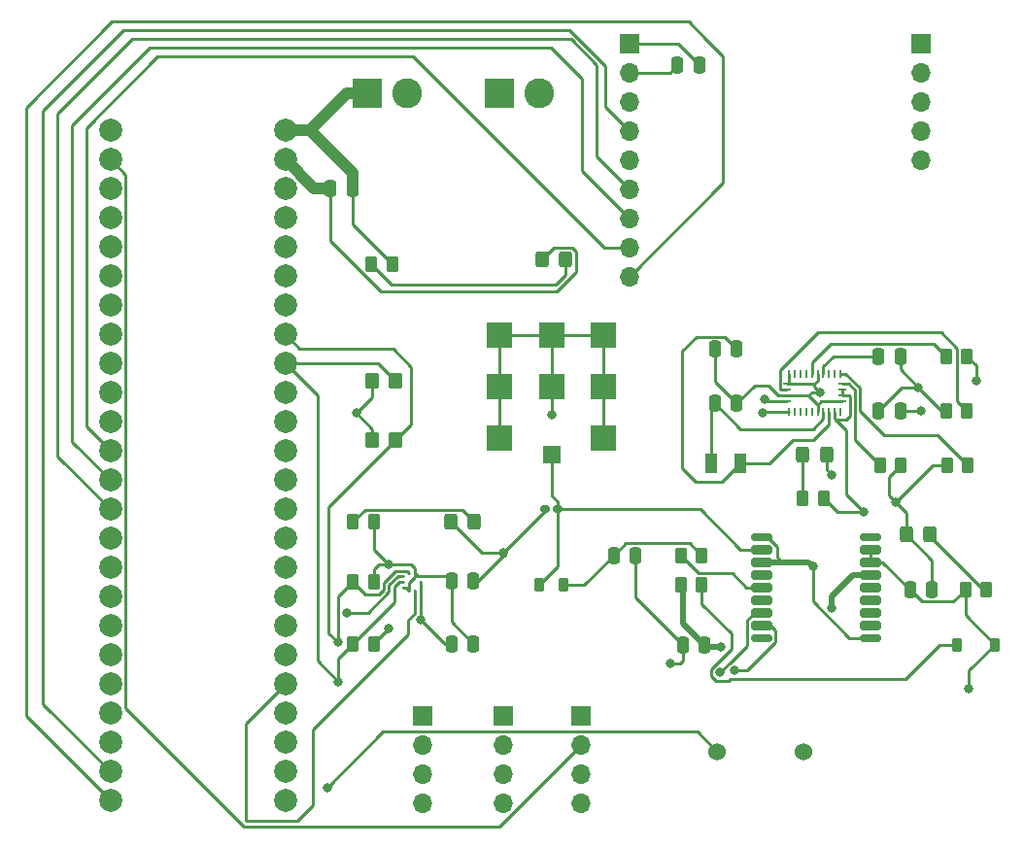
<source format=gbr>
%TF.GenerationSoftware,KiCad,Pcbnew,7.0.7*%
%TF.CreationDate,2024-02-14T21:52:59-05:00*%
%TF.ProjectId,Unified_Board,556e6966-6965-4645-9f42-6f6172642e6b,rev?*%
%TF.SameCoordinates,Original*%
%TF.FileFunction,Copper,L1,Top*%
%TF.FilePolarity,Positive*%
%FSLAX46Y46*%
G04 Gerber Fmt 4.6, Leading zero omitted, Abs format (unit mm)*
G04 Created by KiCad (PCBNEW 7.0.7) date 2024-02-14 21:52:59*
%MOMM*%
%LPD*%
G01*
G04 APERTURE LIST*
G04 Aperture macros list*
%AMRoundRect*
0 Rectangle with rounded corners*
0 $1 Rounding radius*
0 $2 $3 $4 $5 $6 $7 $8 $9 X,Y pos of 4 corners*
0 Add a 4 corners polygon primitive as box body*
4,1,4,$2,$3,$4,$5,$6,$7,$8,$9,$2,$3,0*
0 Add four circle primitives for the rounded corners*
1,1,$1+$1,$2,$3*
1,1,$1+$1,$4,$5*
1,1,$1+$1,$6,$7*
1,1,$1+$1,$8,$9*
0 Add four rect primitives between the rounded corners*
20,1,$1+$1,$2,$3,$4,$5,0*
20,1,$1+$1,$4,$5,$6,$7,0*
20,1,$1+$1,$6,$7,$8,$9,0*
20,1,$1+$1,$8,$9,$2,$3,0*%
G04 Aperture macros list end*
%TA.AperFunction,ComponentPad*%
%ADD10R,1.700000X1.700000*%
%TD*%
%TA.AperFunction,ComponentPad*%
%ADD11O,1.700000X1.700000*%
%TD*%
%TA.AperFunction,SMDPad,CuDef*%
%ADD12RoundRect,0.250000X-0.262500X-0.450000X0.262500X-0.450000X0.262500X0.450000X-0.262500X0.450000X0*%
%TD*%
%TA.AperFunction,SMDPad,CuDef*%
%ADD13RoundRect,0.250000X0.250000X0.475000X-0.250000X0.475000X-0.250000X-0.475000X0.250000X-0.475000X0*%
%TD*%
%TA.AperFunction,SMDPad,CuDef*%
%ADD14R,1.500000X1.500000*%
%TD*%
%TA.AperFunction,SMDPad,CuDef*%
%ADD15R,2.300000X2.300000*%
%TD*%
%TA.AperFunction,SMDPad,CuDef*%
%ADD16RoundRect,0.250000X-0.250000X-0.475000X0.250000X-0.475000X0.250000X0.475000X-0.250000X0.475000X0*%
%TD*%
%TA.AperFunction,SMDPad,CuDef*%
%ADD17RoundRect,0.250000X0.325000X0.450000X-0.325000X0.450000X-0.325000X-0.450000X0.325000X-0.450000X0*%
%TD*%
%TA.AperFunction,ComponentPad*%
%ADD18R,2.600000X2.600000*%
%TD*%
%TA.AperFunction,ComponentPad*%
%ADD19C,2.600000*%
%TD*%
%TA.AperFunction,SMDPad,CuDef*%
%ADD20R,0.250000X0.275000*%
%TD*%
%TA.AperFunction,SMDPad,CuDef*%
%ADD21R,0.275000X0.250000*%
%TD*%
%TA.AperFunction,SMDPad,CuDef*%
%ADD22RoundRect,0.250000X-0.325000X-0.450000X0.325000X-0.450000X0.325000X0.450000X-0.325000X0.450000X0*%
%TD*%
%TA.AperFunction,SMDPad,CuDef*%
%ADD23R,0.254000X0.675000*%
%TD*%
%TA.AperFunction,SMDPad,CuDef*%
%ADD24R,0.675000X0.254000*%
%TD*%
%TA.AperFunction,SMDPad,CuDef*%
%ADD25R,1.000000X1.800000*%
%TD*%
%TA.AperFunction,SMDPad,CuDef*%
%ADD26RoundRect,0.175000X0.725000X0.175000X-0.725000X0.175000X-0.725000X-0.175000X0.725000X-0.175000X0*%
%TD*%
%TA.AperFunction,SMDPad,CuDef*%
%ADD27RoundRect,0.200000X0.700000X0.200000X-0.700000X0.200000X-0.700000X-0.200000X0.700000X-0.200000X0*%
%TD*%
%TA.AperFunction,SMDPad,CuDef*%
%ADD28RoundRect,0.218750X0.218750X0.381250X-0.218750X0.381250X-0.218750X-0.381250X0.218750X-0.381250X0*%
%TD*%
%TA.AperFunction,SMDPad,CuDef*%
%ADD29RoundRect,0.225000X-0.225000X-0.375000X0.225000X-0.375000X0.225000X0.375000X-0.225000X0.375000X0*%
%TD*%
%TA.AperFunction,SMDPad,CuDef*%
%ADD30RoundRect,0.250000X-0.350000X-0.450000X0.350000X-0.450000X0.350000X0.450000X-0.350000X0.450000X0*%
%TD*%
%TA.AperFunction,SMDPad,CuDef*%
%ADD31RoundRect,0.250000X0.262500X0.450000X-0.262500X0.450000X-0.262500X-0.450000X0.262500X-0.450000X0*%
%TD*%
%TA.AperFunction,ComponentPad*%
%ADD32C,1.524000*%
%TD*%
%TA.AperFunction,ComponentPad*%
%ADD33C,2.000000*%
%TD*%
%TA.AperFunction,SMDPad,CuDef*%
%ADD34RoundRect,0.160000X-0.222500X-0.160000X0.222500X-0.160000X0.222500X0.160000X-0.222500X0.160000X0*%
%TD*%
%TA.AperFunction,ViaPad*%
%ADD35C,0.800000*%
%TD*%
%TA.AperFunction,Conductor*%
%ADD36C,0.250000*%
%TD*%
%TA.AperFunction,Conductor*%
%ADD37C,1.000000*%
%TD*%
%TA.AperFunction,Conductor*%
%ADD38C,0.500000*%
%TD*%
G04 APERTURE END LIST*
D10*
%TO.P,J3,1,Pin_1*%
%TO.N,/3.3V*%
X107600000Y-96000000D03*
D11*
%TO.P,J3,2,Pin_2*%
%TO.N,/SCL*%
X107600000Y-98540000D03*
%TO.P,J3,3,Pin_3*%
%TO.N,/SDA*%
X107600000Y-101080000D03*
%TO.P,J3,4,Pin_4*%
%TO.N,GND*%
X107600000Y-103620000D03*
%TD*%
D12*
%TO.P,R15,1*%
%TO.N,Net-(D6-A)*%
X103087500Y-56600000D03*
%TO.P,R15,2*%
%TO.N,Net-(J1-Pin_1)*%
X104912500Y-56600000D03*
%TD*%
D13*
%TO.P,C7,1*%
%TO.N,GND*%
X151950000Y-85000000D03*
%TO.P,C7,2*%
%TO.N,/3.3V*%
X150050000Y-85000000D03*
%TD*%
D14*
%TO.P,ANT1,1,RF_IN*%
%TO.N,Net-(ANT1-RF_IN)*%
X118800000Y-73200000D03*
D15*
%TO.P,ANT1,2,GND*%
%TO.N,GND*%
X114300000Y-71800000D03*
%TO.P,ANT1,3,GND*%
X123300000Y-71800000D03*
%TO.P,ANT1,4,GND*%
X114300000Y-67300000D03*
%TO.P,ANT1,5,GND*%
X118800000Y-67300000D03*
%TO.P,ANT1,6,GND*%
X123300000Y-67300000D03*
%TO.P,ANT1,7,GND*%
X114300000Y-62800000D03*
%TO.P,ANT1,8,GND*%
X118800000Y-62800000D03*
%TO.P,ANT1,9,GND*%
X123300000Y-62800000D03*
%TD*%
D16*
%TO.P,C12,1*%
%TO.N,Net-(C12-Pad1)*%
X124250000Y-82000000D03*
%TO.P,C12,2*%
%TO.N,GND*%
X126150000Y-82000000D03*
%TD*%
D17*
%TO.P,D5,1,K*%
%TO.N,GND*%
X142775000Y-73200000D03*
%TO.P,D5,2,A*%
%TO.N,Net-(D5-A)*%
X140725000Y-73200000D03*
%TD*%
D13*
%TO.P,C11,2*%
%TO.N,Net-(D6-K)*%
X99550000Y-50000000D03*
%TO.P,C11,1*%
%TO.N,Net-(J1-Pin_1)*%
X101450000Y-50000000D03*
%TD*%
D18*
%TO.P,J1,1,Pin_1*%
%TO.N,Net-(J1-Pin_1)*%
X102750000Y-41750000D03*
D19*
%TO.P,J1,2,Pin_2*%
%TO.N,Net-(J1-Pin_2)*%
X106250000Y-41750000D03*
%TD*%
D12*
%TO.P,R4,1*%
%TO.N,/SCL*%
X101525000Y-84300000D03*
%TO.P,R4,2*%
%TO.N,/3.3V*%
X103350000Y-84300000D03*
%TD*%
%TO.P,R16,1*%
%TO.N,Net-(U2-VCC_RF)*%
X130087500Y-82000000D03*
%TO.P,R16,2*%
%TO.N,Net-(C12-Pad1)*%
X131912500Y-82000000D03*
%TD*%
D20*
%TO.P,Alt1,1,VDDIO*%
%TO.N,/3.3V*%
X106887500Y-83537500D03*
%TO.P,Alt1,2,SCK*%
%TO.N,/SCL*%
X106387500Y-83537500D03*
D21*
%TO.P,Alt1,3,VSS*%
%TO.N,GND*%
X105875000Y-83800000D03*
%TO.P,Alt1,4,SDI*%
%TO.N,/SDA*%
X105875000Y-84300000D03*
%TO.P,Alt1,5,SDO*%
%TO.N,/3.3V*%
X105875000Y-84800000D03*
D20*
%TO.P,Alt1,6,CSB*%
X106387500Y-85062500D03*
%TO.P,Alt1,7,INT*%
%TO.N,/BMP_INT*%
X106887500Y-85062500D03*
D21*
%TO.P,Alt1,8,VSS*%
%TO.N,GND*%
X107400000Y-84800000D03*
%TO.P,Alt1,9,VSS*%
X107400000Y-84300000D03*
%TO.P,Alt1,10,VDD*%
%TO.N,/3.3V*%
X107400000Y-83800000D03*
%TD*%
D16*
%TO.P,C5,1*%
%TO.N,Net-(U1-XOUT32)*%
X133050000Y-68750000D03*
%TO.P,C5,2*%
%TO.N,GND*%
X134950000Y-68750000D03*
%TD*%
D12*
%TO.P,R3,1*%
%TO.N,/SDA*%
X101525000Y-89700000D03*
%TO.P,R3,2*%
%TO.N,/3.3V*%
X103350000Y-89700000D03*
%TD*%
D22*
%TO.P,D4,1,K*%
%TO.N,GND*%
X110012500Y-79100000D03*
%TO.P,D4,2,A*%
%TO.N,Net-(D4-A)*%
X112062500Y-79100000D03*
%TD*%
D18*
%TO.P,J7,1,Pin_1*%
%TO.N,Net-(J1-Pin_2)*%
X114250000Y-41750000D03*
D19*
%TO.P,J7,2,Pin_2*%
%TO.N,Net-(D6-K)*%
X117750000Y-41750000D03*
%TD*%
D22*
%TO.P,D3,1,K*%
%TO.N,GND*%
X149725000Y-80200000D03*
%TO.P,D3,2,A*%
%TO.N,Net-(D3-A)*%
X151775000Y-80200000D03*
%TD*%
D10*
%TO.P,J2,1,Pin_1*%
%TO.N,/3.3V*%
X114600000Y-96000000D03*
D11*
%TO.P,J2,2,Pin_2*%
%TO.N,/Breakout_RX2*%
X114600000Y-98540000D03*
%TO.P,J2,3,Pin_3*%
%TO.N,/Breakout_TX2*%
X114600000Y-101080000D03*
%TO.P,J2,4,Pin_4*%
%TO.N,GND*%
X114600000Y-103620000D03*
%TD*%
D23*
%TO.P,U1,1,PIN1*%
%TO.N,unconnected-(U1-PIN1-Pad1)*%
X144000000Y-69500000D03*
D24*
%TO.P,U1,2,GND*%
%TO.N,GND*%
X144137500Y-68587500D03*
%TO.P,U1,3,VDD*%
%TO.N,/3.3V*%
X144137500Y-68087500D03*
%TO.P,U1,4,~{BOOT_LOAD_PIN}*%
X144137500Y-67587500D03*
%TO.P,U1,5,PS1*%
%TO.N,Net-(U1-PS1)*%
X144137500Y-67087500D03*
D23*
%TO.P,U1,6,PS0*%
%TO.N,Net-(U1-PS0)*%
X144000000Y-66175000D03*
%TO.P,U1,7,PIN7*%
%TO.N,unconnected-(U1-PIN7-Pad7)*%
X143500000Y-66175000D03*
%TO.P,U1,8,PIN8*%
%TO.N,unconnected-(U1-PIN8-Pad8)*%
X143000000Y-66175000D03*
%TO.P,U1,9,CAP*%
%TO.N,Net-(U1-CAP)*%
X142500000Y-66175000D03*
%TO.P,U1,10,BL_IND*%
%TO.N,GND*%
X142000000Y-66175000D03*
%TO.P,U1,11,~{RESET}*%
%TO.N,Net-(U1-~{RESET})*%
X141500000Y-66175000D03*
%TO.P,U1,12,PIN12*%
%TO.N,unconnected-(U1-PIN12-Pad12)*%
X141000000Y-66175000D03*
%TO.P,U1,13,PIN13*%
%TO.N,unconnected-(U1-PIN13-Pad13)*%
X140500000Y-66175000D03*
%TO.P,U1,14,INT*%
%TO.N,unconnected-(U1-INT-Pad14)*%
X140000000Y-66175000D03*
%TO.P,U1,15,GNDIO*%
%TO.N,GND*%
X139500000Y-66175000D03*
D24*
%TO.P,U1,16,GNDIO*%
X139362500Y-67087500D03*
%TO.P,U1,17,COM3*%
%TO.N,Net-(U1-COM3)*%
X139362500Y-67587500D03*
%TO.P,U1,18,COM2*%
%TO.N,GND*%
X139362500Y-68087500D03*
%TO.P,U1,19,COM1*%
%TO.N,/SCL*%
X139362500Y-68587500D03*
D23*
%TO.P,U1,20,COM0*%
%TO.N,/SDA*%
X139500000Y-69500000D03*
%TO.P,U1,21,PIN21*%
%TO.N,unconnected-(U1-PIN21-Pad21)*%
X140000000Y-69500000D03*
%TO.P,U1,22,PIN22*%
%TO.N,unconnected-(U1-PIN22-Pad22)*%
X140500000Y-69500000D03*
%TO.P,U1,23,PIN23*%
%TO.N,unconnected-(U1-PIN23-Pad23)*%
X141000000Y-69500000D03*
%TO.P,U1,24,PIN24*%
%TO.N,unconnected-(U1-PIN24-Pad24)*%
X141500000Y-69500000D03*
%TO.P,U1,25,GNDIO*%
%TO.N,GND*%
X142000000Y-69500000D03*
%TO.P,U1,26,XOUT32*%
%TO.N,Net-(U1-XOUT32)*%
X142500000Y-69500000D03*
%TO.P,U1,27,XIN32*%
%TO.N,Net-(U1-XIN32)*%
X143000000Y-69500000D03*
%TO.P,U1,28,VDDIO*%
%TO.N,/3.3V*%
X143500000Y-69500000D03*
%TD*%
D16*
%TO.P,C2,1*%
%TO.N,/3.3V*%
X110087500Y-84200000D03*
%TO.P,C2,2*%
%TO.N,GND*%
X111987500Y-84200000D03*
%TD*%
D12*
%TO.P,R11,1*%
%TO.N,Net-(D5-A)*%
X140687500Y-77000000D03*
%TO.P,R11,2*%
%TO.N,/3.3V*%
X142512500Y-77000000D03*
%TD*%
%TO.P,R7,1*%
%TO.N,GND*%
X153275000Y-74162500D03*
%TO.P,R7,2*%
%TO.N,Net-(U1-PS0)*%
X155100000Y-74162500D03*
%TD*%
%TO.P,R12,1*%
%TO.N,Net-(D4-A)*%
X101525000Y-79100000D03*
%TO.P,R12,2*%
%TO.N,/3.3V*%
X103350000Y-79100000D03*
%TD*%
D25*
%TO.P,Y1,1,1*%
%TO.N,Net-(U1-XOUT32)*%
X132750000Y-74000000D03*
%TO.P,Y1,2,2*%
%TO.N,Net-(U1-XIN32)*%
X135250000Y-74000000D03*
%TD*%
D26*
%TO.P,U2,1,GND*%
%TO.N,GND*%
X146600000Y-89200000D03*
D27*
%TO.P,U2,2,TXD*%
%TO.N,unconnected-(U2-TXD-Pad2)*%
X146600000Y-88100000D03*
%TO.P,U2,3,RXD*%
%TO.N,unconnected-(U2-RXD-Pad3)*%
X146600000Y-87000000D03*
%TO.P,U2,4,TIMEPULSE*%
%TO.N,unconnected-(U2-TIMEPULSE-Pad4)*%
X146600000Y-85900000D03*
%TO.P,U2,5,EXTINT*%
%TO.N,unconnected-(U2-EXTINT-Pad5)*%
X146600000Y-84800000D03*
%TO.P,U2,6,V_BCKP*%
%TO.N,/BACKUP*%
X146600000Y-83700000D03*
%TO.P,U2,7,VCC_IO*%
%TO.N,/3.3V*%
X146600000Y-82600000D03*
%TO.P,U2,8,VCC*%
X146600000Y-81500000D03*
D26*
%TO.P,U2,9,~{RESET}*%
%TO.N,unconnected-(U2-~{RESET}-Pad9)*%
X146600000Y-80400000D03*
%TO.P,U2,10,GND*%
%TO.N,GND*%
X137100000Y-80400000D03*
D27*
%TO.P,U2,11,RF_IN*%
%TO.N,Net-(ANT1-RF_IN)*%
X137100000Y-81500000D03*
%TO.P,U2,12,GND*%
%TO.N,GND*%
X137100000Y-82600000D03*
%TO.P,U2,13,LNA_EN*%
%TO.N,unconnected-(U2-LNA_EN-Pad13)*%
X137100000Y-83700000D03*
%TO.P,U2,14,VCC_RF*%
%TO.N,Net-(U2-VCC_RF)*%
X137100000Y-84800000D03*
%TO.P,U2,15,VIO_SEL*%
%TO.N,unconnected-(U2-VIO_SEL-Pad15)*%
X137100000Y-85900000D03*
%TO.P,U2,16,SDA*%
%TO.N,/SDA*%
X137100000Y-87000000D03*
%TO.P,U2,17,SCL*%
%TO.N,/SCL*%
X137100000Y-88100000D03*
D26*
%TO.P,U2,18,~{SAFEBOOT}*%
%TO.N,unconnected-(U2-~{SAFEBOOT}-Pad18)*%
X137100000Y-89200000D03*
%TD*%
D10*
%TO.P,J4,1,Pin_1*%
%TO.N,/3.3V*%
X121400000Y-96000000D03*
D11*
%TO.P,J4,2,Pin_2*%
%TO.N,/Breakout_RX1*%
X121400000Y-98540000D03*
%TO.P,J4,3,Pin_3*%
%TO.N,/Breakout_TX1*%
X121400000Y-101080000D03*
%TO.P,J4,4,Pin_4*%
%TO.N,GND*%
X121400000Y-103620000D03*
%TD*%
D12*
%TO.P,R6,1*%
%TO.N,GND*%
X153187500Y-69412500D03*
%TO.P,R6,2*%
%TO.N,Net-(U1-COM3)*%
X155012500Y-69412500D03*
%TD*%
D28*
%TO.P,FB1,1*%
%TO.N,Net-(C12-Pad1)*%
X119862500Y-84600000D03*
%TO.P,FB1,2*%
%TO.N,Net-(ANT1-RF_IN)*%
X117737500Y-84600000D03*
%TD*%
D10*
%TO.P,J5,1,Pin_1*%
%TO.N,unconnected-(J5-Pin_1-Pad1)*%
X151000000Y-37380000D03*
D11*
%TO.P,J5,2,Pin_2*%
%TO.N,unconnected-(J5-Pin_2-Pad2)*%
X151000000Y-39920000D03*
%TO.P,J5,3,Pin_3*%
%TO.N,unconnected-(J5-Pin_3-Pad3)*%
X151000000Y-42460000D03*
%TO.P,J5,4,Pin_4*%
%TO.N,unconnected-(J5-Pin_4-Pad4)*%
X151000000Y-45000000D03*
%TO.P,J5,5,Pin_5*%
%TO.N,unconnected-(J5-Pin_5-Pad5)*%
X151000000Y-47540000D03*
%TD*%
D10*
%TO.P,J6,1,Pin_1*%
%TO.N,/3.3V*%
X125600000Y-37380000D03*
D11*
%TO.P,J6,2,Pin_2*%
%TO.N,GND*%
X125600000Y-39920000D03*
%TO.P,J6,3,Pin_3*%
%TO.N,unconnected-(J6-Pin_3-Pad3)*%
X125600000Y-42460000D03*
%TO.P,J6,4,Pin_4*%
%TO.N,/Radio_INT*%
X125600000Y-45000000D03*
%TO.P,J6,5,Pin_5*%
%TO.N,/Radio_SCK*%
X125600000Y-47540000D03*
%TO.P,J6,6,Pin_6*%
%TO.N,/Radio_MISO*%
X125600000Y-50080000D03*
%TO.P,J6,7,Pin_7*%
%TO.N,/Radio_MOSI*%
X125600000Y-52620000D03*
%TO.P,J6,8,Pin_8*%
%TO.N,/Radio_CS*%
X125600000Y-55160000D03*
%TO.P,J6,9,Pin_9*%
%TO.N,/Radio_RST*%
X125600000Y-57700000D03*
%TD*%
D29*
%TO.P,D1,1,K*%
%TO.N,Net-(D1-K)*%
X154150000Y-89800000D03*
%TO.P,D1,2,A*%
%TO.N,/3.3V*%
X157450000Y-89800000D03*
%TD*%
D13*
%TO.P,C1,1*%
%TO.N,/3.3V*%
X111987500Y-89700000D03*
%TO.P,C1,2*%
%TO.N,GND*%
X110087500Y-89700000D03*
%TD*%
D30*
%TO.P,R1,1*%
%TO.N,/3.3V*%
X103200000Y-66800000D03*
%TO.P,R1,2*%
%TO.N,/SDA*%
X105200000Y-66800000D03*
%TD*%
D12*
%TO.P,R5,1*%
%TO.N,Net-(U1-~{RESET})*%
X153187500Y-64662500D03*
%TO.P,R5,2*%
%TO.N,/3.3V*%
X155012500Y-64662500D03*
%TD*%
D22*
%TO.P,D6,1,K*%
%TO.N,Net-(D6-K)*%
X117975000Y-56250000D03*
%TO.P,D6,2,A*%
%TO.N,Net-(D6-A)*%
X120025000Y-56250000D03*
%TD*%
D31*
%TO.P,R9,1*%
%TO.N,Net-(D1-K)*%
X131912500Y-84600000D03*
%TO.P,R9,2*%
%TO.N,/BACKUP*%
X130087500Y-84600000D03*
%TD*%
D16*
%TO.P,C6,1*%
%TO.N,GND*%
X133050000Y-64000000D03*
%TO.P,C6,2*%
%TO.N,Net-(U1-XIN32)*%
X134950000Y-64000000D03*
%TD*%
D13*
%TO.P,C9,1*%
%TO.N,/BACKUP*%
X132150000Y-89800000D03*
%TO.P,C9,2*%
%TO.N,GND*%
X130250000Y-89800000D03*
%TD*%
D16*
%TO.P,C3,1*%
%TO.N,GND*%
X147300000Y-69412500D03*
%TO.P,C3,2*%
%TO.N,/3.3V*%
X149200000Y-69412500D03*
%TD*%
D32*
%TO.P,BZ1,1,-*%
%TO.N,Net-(BZ1--)*%
X133250000Y-99100000D03*
%TO.P,BZ1,2,+*%
%TO.N,GND*%
X140750000Y-99100000D03*
%TD*%
D16*
%TO.P,C8,1*%
%TO.N,GND*%
X129800000Y-39250000D03*
%TO.P,C8,2*%
%TO.N,/3.3V*%
X131700000Y-39250000D03*
%TD*%
%TO.P,C4,1*%
%TO.N,Net-(U1-CAP)*%
X147300000Y-64662500D03*
%TO.P,C4,2*%
%TO.N,GND*%
X149200000Y-64662500D03*
%TD*%
D31*
%TO.P,R8,1*%
%TO.N,GND*%
X149250000Y-74162500D03*
%TO.P,R8,2*%
%TO.N,Net-(U1-PS1)*%
X147425000Y-74162500D03*
%TD*%
D33*
%TO.P,Teensy4.1,0,GND*%
%TO.N,GND*%
X80380000Y-44990000D03*
%TO.P,Teensy4.1,1,RX1*%
%TO.N,/Breakout_RX1*%
X80380000Y-47530000D03*
%TO.P,Teensy4.1,2,TX1*%
%TO.N,/Breakout_TX1*%
X80380000Y-50070000D03*
%TO.P,Teensy4.1,3,PWM*%
%TO.N,unconnected-(Teensy4.1-PWM-Pad3)*%
X80380000Y-52610000D03*
%TO.P,Teensy4.1,4,PWM*%
%TO.N,unconnected-(Teensy4.1-PWM-Pad4)*%
X80380000Y-55150000D03*
%TO.P,Teensy4.1,5,PWM*%
%TO.N,unconnected-(Teensy4.1-PWM-Pad5)*%
X80380000Y-57690000D03*
%TO.P,Teensy4.1,6,PWM*%
%TO.N,unconnected-(Teensy4.1-PWM-Pad6)*%
X80380000Y-60230000D03*
%TO.P,Teensy4.1,7,PWM*%
%TO.N,unconnected-(Teensy4.1-PWM-Pad7)*%
X80380000Y-62770000D03*
%TO.P,Teensy4.1,8,RX2*%
%TO.N,/Breakout_RX2*%
X80380000Y-65310000D03*
%TO.P,Teensy4.1,9,TX2*%
%TO.N,/Breakout_TX2*%
X80380000Y-67850000D03*
%TO.P,Teensy4.1,10,PWM*%
%TO.N,unconnected-(Teensy4.1-PWM-Pad10)*%
X80380000Y-70390000D03*
%TO.P,Teensy4.1,11,CS*%
%TO.N,/Radio_CS*%
X80380000Y-72930000D03*
%TO.P,Teensy4.1,12,MOSI*%
%TO.N,/Radio_MOSI*%
X80380000Y-75470000D03*
%TO.P,Teensy4.1,13,MISO*%
%TO.N,/Radio_MISO*%
X80380000Y-78010000D03*
%TO.P,Teensy4.1,14,3.3V*%
%TO.N,unconnected-(Teensy4.1-3.3V-Pad14)*%
X80380000Y-80550000D03*
%TO.P,Teensy4.1,15,SCL2*%
%TO.N,unconnected-(Teensy4.1-SCL2-Pad15)*%
X80380000Y-83090000D03*
%TO.P,Teensy4.1,16,SDA2*%
%TO.N,unconnected-(Teensy4.1-SDA2-Pad16)*%
X80380000Y-85630000D03*
%TO.P,Teensy4.1,17,MOSI1*%
%TO.N,unconnected-(Teensy4.1-MOSI1-Pad17)*%
X80380000Y-88170000D03*
%TO.P,Teensy4.1,18,SCK1*%
%TO.N,unconnected-(Teensy4.1-SCK1-Pad18)*%
X80380000Y-90710000D03*
%TO.P,Teensy4.1,19,RX7*%
%TO.N,unconnected-(Teensy4.1-RX7-Pad19)*%
X80380000Y-93250000D03*
%TO.P,Teensy4.1,20,TX7*%
%TO.N,unconnected-(Teensy4.1-TX7-Pad20)*%
X80380000Y-95790000D03*
%TO.P,Teensy4.1,21,GPIO*%
%TO.N,unconnected-(Teensy4.1-GPIO-Pad21)*%
X80380000Y-98330000D03*
%TO.P,Teensy4.1,22,GPIO*%
%TO.N,/Radio_INT*%
X80380000Y-100870000D03*
%TO.P,Teensy4.1,23,GPIO*%
%TO.N,/Radio_RST*%
X80380000Y-103410000D03*
%TO.P,Teensy4.1,24,PWM*%
%TO.N,Net-(BZ1--)*%
X95620000Y-103410000D03*
%TO.P,Teensy4.1,25,RX8*%
%TO.N,unconnected-(Teensy4.1-RX8-Pad25)*%
X95620000Y-100870000D03*
%TO.P,Teensy4.1,26,TX8*%
%TO.N,unconnected-(Teensy4.1-TX8-Pad26)*%
X95620000Y-98330000D03*
%TO.P,Teensy4.1,27,PWM*%
%TO.N,unconnected-(Teensy4.1-PWM-Pad27)*%
X95620000Y-95790000D03*
%TO.P,Teensy4.1,28,PWM*%
%TO.N,/BMP_INT*%
X95620000Y-93250000D03*
%TO.P,Teensy4.1,29,CS1*%
%TO.N,unconnected-(Teensy4.1-CS1-Pad29)*%
X95620000Y-90710000D03*
%TO.P,Teensy4.1,30,MISO*%
%TO.N,unconnected-(Teensy4.1-MISO-Pad30)*%
X95620000Y-88170000D03*
%TO.P,Teensy4.1,31,A16*%
%TO.N,unconnected-(Teensy4.1-A16-Pad31)*%
X95620000Y-85630000D03*
%TO.P,Teensy4.1,32,A17*%
%TO.N,unconnected-(Teensy4.1-A17-Pad32)*%
X95620000Y-83090000D03*
%TO.P,Teensy4.1,33,GND*%
%TO.N,unconnected-(Teensy4.1-GND-Pad33)*%
X95620000Y-80550000D03*
%TO.P,Teensy4.1,34,SCK*%
%TO.N,/Radio_SCK*%
X95620000Y-78010000D03*
%TO.P,Teensy4.1,35,A0*%
%TO.N,unconnected-(Teensy4.1-A0-Pad35)*%
X95620000Y-75470000D03*
%TO.P,Teensy4.1,36,A1*%
%TO.N,unconnected-(Teensy4.1-A1-Pad36)*%
X95620000Y-72930000D03*
%TO.P,Teensy4.1,37,A2*%
%TO.N,unconnected-(Teensy4.1-A2-Pad37)*%
X95620000Y-70390000D03*
%TO.P,Teensy4.1,38,A3*%
%TO.N,unconnected-(Teensy4.1-A3-Pad38)*%
X95620000Y-67850000D03*
%TO.P,Teensy4.1,39,SDA*%
%TO.N,/SDA*%
X95620000Y-65310000D03*
%TO.P,Teensy4.1,40,SCL*%
%TO.N,/SCL*%
X95620000Y-62770000D03*
%TO.P,Teensy4.1,41,TX5*%
%TO.N,unconnected-(Teensy4.1-TX5-Pad41)*%
X95620000Y-60230000D03*
%TO.P,Teensy4.1,42,RX5*%
%TO.N,unconnected-(Teensy4.1-RX5-Pad42)*%
X95620000Y-57690000D03*
%TO.P,Teensy4.1,43,PWM*%
%TO.N,unconnected-(Teensy4.1-PWM-Pad43)*%
X95620000Y-55150000D03*
%TO.P,Teensy4.1,44,PWM*%
%TO.N,unconnected-(Teensy4.1-PWM-Pad44)*%
X95620000Y-52610000D03*
%TO.P,Teensy4.1,45,3.3V*%
%TO.N,/3.3V*%
X95620000Y-50070000D03*
%TO.P,Teensy4.1,46,GND*%
%TO.N,Net-(D6-K)*%
X95620000Y-47530000D03*
%TO.P,Teensy4.1,47,Vin*%
%TO.N,Net-(J1-Pin_1)*%
X95620000Y-44990000D03*
%TD*%
D34*
%TO.P,D7,1,K*%
%TO.N,GND*%
X118227500Y-78000000D03*
%TO.P,D7,2,A*%
%TO.N,Net-(ANT1-RF_IN)*%
X119372500Y-78000000D03*
%TD*%
D12*
%TO.P,R13,1*%
%TO.N,/3.3V*%
X154887500Y-85000000D03*
%TO.P,R13,2*%
%TO.N,Net-(D3-A)*%
X156712500Y-85000000D03*
%TD*%
D30*
%TO.P,R2,1*%
%TO.N,/3.3V*%
X103200000Y-72000000D03*
%TO.P,R2,2*%
%TO.N,/SCL*%
X105200000Y-72000000D03*
%TD*%
D35*
%TO.N,/3.3V*%
X155200000Y-93600000D03*
%TO.N,GND*%
X143250000Y-75000000D03*
%TO.N,/3.3V*%
X101800000Y-69600000D03*
X146000000Y-78200000D03*
X104600000Y-82800000D03*
X151000000Y-69400000D03*
X155800000Y-66800000D03*
X104600000Y-88400000D03*
%TO.N,/SCL*%
X134723090Y-92046012D03*
X100200000Y-89600000D03*
X137400000Y-68400000D03*
%TO.N,GND*%
X118800000Y-69800000D03*
X141600000Y-83000000D03*
X142200000Y-67800000D03*
X150800000Y-67400000D03*
X107400000Y-87600000D03*
X148800000Y-77400000D03*
X129200000Y-91400000D03*
X114600000Y-81800000D03*
X101000000Y-87000000D03*
%TO.N,/BACKUP*%
X143200000Y-86600000D03*
X133600000Y-90000000D03*
%TO.N,Net-(BZ1--)*%
X99250000Y-102250000D03*
%TO.N,/SDA*%
X100200000Y-93000000D03*
X133487701Y-92237701D03*
X137200000Y-69600000D03*
%TD*%
D36*
%TO.N,/3.3V*%
X105875000Y-84800000D02*
X106125000Y-84800000D01*
X106125000Y-84800000D02*
X106387500Y-85062500D01*
X155200000Y-92050000D02*
X155200000Y-93600000D01*
X157450000Y-89800000D02*
X155200000Y-92050000D01*
X151100000Y-86050000D02*
X150050000Y-85000000D01*
X153837500Y-86050000D02*
X151100000Y-86050000D01*
X154887500Y-85000000D02*
X153837500Y-86050000D01*
X154887500Y-87237500D02*
X157450000Y-89800000D01*
X154887500Y-85000000D02*
X154887500Y-87237500D01*
%TO.N,Net-(D3-A)*%
X151775000Y-80361827D02*
X156413173Y-85000000D01*
X151775000Y-80200000D02*
X151775000Y-80361827D01*
X156413173Y-85000000D02*
X156712500Y-85000000D01*
%TO.N,GND*%
X151950000Y-82425000D02*
X149725000Y-80200000D01*
X151950000Y-85000000D02*
X151950000Y-82425000D01*
%TO.N,/3.3V*%
X147650000Y-82600000D02*
X146600000Y-82600000D01*
X150050000Y-85000000D02*
X147650000Y-82600000D01*
X146600000Y-81500000D02*
X146092893Y-81500000D01*
%TO.N,Net-(D3-A)*%
X151662500Y-80312500D02*
X151775000Y-80200000D01*
%TO.N,GND*%
X149725000Y-78325000D02*
X148800000Y-77400000D01*
X149725000Y-80200000D02*
X149725000Y-78325000D01*
%TO.N,Net-(D1-K)*%
X152600000Y-89800000D02*
X154150000Y-89800000D01*
%TO.N,GND*%
X126150000Y-85700000D02*
X130250000Y-89800000D01*
X126150000Y-82000000D02*
X126150000Y-85700000D01*
X142775000Y-74525000D02*
X143250000Y-75000000D01*
X142775000Y-73200000D02*
X142775000Y-74525000D01*
%TO.N,/3.3V*%
X144500000Y-71087500D02*
X143575000Y-70162500D01*
X144500000Y-76700000D02*
X144500000Y-71087500D01*
X146000000Y-78200000D02*
X144500000Y-76700000D01*
%TO.N,GND*%
X129130000Y-39920000D02*
X125600000Y-39920000D01*
X129800000Y-39250000D02*
X129130000Y-39920000D01*
%TO.N,/3.3V*%
X129830000Y-37380000D02*
X125600000Y-37380000D01*
X131700000Y-39250000D02*
X129830000Y-37380000D01*
%TO.N,/Radio_RST*%
X73000000Y-96030000D02*
X80380000Y-103410000D01*
X130750000Y-35500000D02*
X80500000Y-35500000D01*
X80500000Y-35500000D02*
X73000000Y-43000000D01*
X73000000Y-43000000D02*
X73000000Y-96030000D01*
X132312500Y-37099327D02*
X132312500Y-37062500D01*
X133750000Y-38536827D02*
X132312500Y-37099327D01*
X132312500Y-37062500D02*
X130750000Y-35500000D01*
X133750000Y-49550000D02*
X133750000Y-38536827D01*
X125600000Y-57700000D02*
X133750000Y-49550000D01*
%TO.N,/Radio_INT*%
X123500000Y-39363604D02*
X123500000Y-42900000D01*
X120386396Y-36250000D02*
X123500000Y-39363604D01*
X123500000Y-42900000D02*
X125600000Y-45000000D01*
X81500000Y-36250000D02*
X120386396Y-36250000D01*
X74500000Y-43250000D02*
X81500000Y-36250000D01*
X74500000Y-94990000D02*
X74500000Y-43250000D01*
X80380000Y-100870000D02*
X74500000Y-94990000D01*
%TO.N,/Radio_MISO*%
X122750000Y-47230000D02*
X125600000Y-50080000D01*
X82250000Y-37000000D02*
X120500000Y-37000000D01*
X75750000Y-73380000D02*
X75750000Y-43500000D01*
X120500000Y-37000000D02*
X122750000Y-39250000D01*
X122750000Y-39250000D02*
X122750000Y-47230000D01*
X80380000Y-78010000D02*
X75750000Y-73380000D01*
X75750000Y-43500000D02*
X82250000Y-37000000D01*
%TO.N,/Radio_MOSI*%
X121500000Y-48520000D02*
X125600000Y-52620000D01*
X121500000Y-40500000D02*
X121500000Y-48520000D01*
X118750000Y-37750000D02*
X121500000Y-40500000D01*
X77000000Y-44500000D02*
X83750000Y-37750000D01*
X83750000Y-37750000D02*
X118750000Y-37750000D01*
X77000000Y-72090000D02*
X77000000Y-44500000D01*
X80380000Y-75470000D02*
X77000000Y-72090000D01*
%TO.N,Net-(D6-K)*%
X103961827Y-59000000D02*
X99550000Y-54588173D01*
X99550000Y-54588173D02*
X99550000Y-50000000D01*
X119000000Y-55225000D02*
X120588173Y-55225000D01*
X120925000Y-55561827D02*
X120925000Y-57311396D01*
X120925000Y-57311396D02*
X119236396Y-59000000D01*
X117975000Y-56250000D02*
X119000000Y-55225000D01*
X120588173Y-55225000D02*
X120925000Y-55561827D01*
X119236396Y-59000000D02*
X103961827Y-59000000D01*
%TO.N,Net-(J1-Pin_1)*%
X101450000Y-53137500D02*
X104912500Y-56600000D01*
X101450000Y-50000000D02*
X101450000Y-53137500D01*
D37*
X101450000Y-48700000D02*
X97740000Y-44990000D01*
X101450000Y-50000000D02*
X101450000Y-48700000D01*
%TO.N,Net-(D6-K)*%
X98090000Y-50000000D02*
X95620000Y-47530000D01*
X99550000Y-50000000D02*
X98090000Y-50000000D01*
%TO.N,Net-(J1-Pin_1)*%
X97740000Y-44990000D02*
X95620000Y-44990000D01*
D36*
%TO.N,/3.3V*%
X103800000Y-82800000D02*
X103350000Y-83250000D01*
X146600000Y-81500000D02*
X146600000Y-82600000D01*
X106887500Y-83912500D02*
X106887500Y-83537500D01*
X106562500Y-82800000D02*
X106887500Y-83125000D01*
X144752000Y-68087500D02*
X144137500Y-68087500D01*
X143575000Y-70162500D02*
X144452000Y-70162500D01*
X107400000Y-83800000D02*
X109687500Y-83800000D01*
X110087500Y-84200000D02*
X110087500Y-87800000D01*
X104600000Y-82800000D02*
X103800000Y-82800000D01*
X103350000Y-81550000D02*
X103350000Y-79100000D01*
X109687500Y-83800000D02*
X110087500Y-84200000D01*
X146600000Y-81500000D02*
X147107107Y-81500000D01*
X106387500Y-85062500D02*
X106387500Y-84412500D01*
X144800000Y-68135500D02*
X144752000Y-68087500D01*
X144800000Y-69814500D02*
X144800000Y-68135500D01*
X103200000Y-71000000D02*
X101800000Y-69600000D01*
X151000000Y-69400000D02*
X149212500Y-69400000D01*
X103350000Y-83250000D02*
X103350000Y-84300000D01*
X155800000Y-66800000D02*
X155800000Y-65450000D01*
X144137500Y-67587500D02*
X144137500Y-68087500D01*
X143712500Y-78200000D02*
X146000000Y-78200000D01*
X144452000Y-70162500D02*
X144800000Y-69814500D01*
X143500000Y-69500000D02*
X143500000Y-70087500D01*
X149212500Y-69400000D02*
X149200000Y-69412500D01*
X103200000Y-72000000D02*
X103200000Y-71000000D01*
X107150000Y-83800000D02*
X106887500Y-83537500D01*
X106887500Y-83125000D02*
X106887500Y-83537500D01*
X103200000Y-66800000D02*
X103200000Y-68200000D01*
X110087500Y-87800000D02*
X111987500Y-89700000D01*
X107400000Y-83800000D02*
X107150000Y-83800000D01*
X143500000Y-70087500D02*
X143575000Y-70162500D01*
X155800000Y-65450000D02*
X155012500Y-64662500D01*
X104600000Y-82800000D02*
X106562500Y-82800000D01*
X106387500Y-84412500D02*
X106887500Y-83912500D01*
X103350000Y-89700000D02*
X103350000Y-89650000D01*
X103200000Y-68200000D02*
X101800000Y-69600000D01*
X104600000Y-82800000D02*
X103350000Y-81550000D01*
X103350000Y-89650000D02*
X104600000Y-88400000D01*
X142512500Y-77000000D02*
X143712500Y-78200000D01*
%TO.N,/SCL*%
X137587500Y-68587500D02*
X137400000Y-68400000D01*
X99400000Y-77800000D02*
X105200000Y-72000000D01*
X102625000Y-85400000D02*
X101525000Y-84300000D01*
X105237500Y-83350000D02*
X104187500Y-84400000D01*
X106200000Y-83350000D02*
X105237500Y-83350000D01*
X104187500Y-84988173D02*
X103775673Y-85400000D01*
X100200000Y-89600000D02*
X100200000Y-85625000D01*
X135861095Y-92046012D02*
X138325000Y-89582107D01*
X100200000Y-85625000D02*
X101525000Y-84300000D01*
X100200000Y-89600000D02*
X99400000Y-88800000D01*
X104187500Y-84400000D02*
X104187500Y-84988173D01*
X139362500Y-68587500D02*
X137587500Y-68587500D01*
X103775673Y-85400000D02*
X102625000Y-85400000D01*
X99400000Y-88800000D02*
X99400000Y-77800000D01*
X105000000Y-64000000D02*
X96850000Y-64000000D01*
X106600000Y-65600000D02*
X105000000Y-64000000D01*
X106600000Y-70600000D02*
X106600000Y-65600000D01*
X138325000Y-88575000D02*
X137850000Y-88100000D01*
X138325000Y-89582107D02*
X138325000Y-88575000D01*
X134723090Y-92046012D02*
X135861095Y-92046012D01*
X137850000Y-88100000D02*
X137100000Y-88100000D01*
X105200000Y-72000000D02*
X106600000Y-70600000D01*
X106387500Y-83537500D02*
X106200000Y-83350000D01*
X96850000Y-64000000D02*
X95620000Y-62770000D01*
%TO.N,Net-(ANT1-RF_IN)*%
X119372500Y-78000000D02*
X119372500Y-82965000D01*
X135300000Y-81500000D02*
X137100000Y-81500000D01*
X131800000Y-78000000D02*
X135300000Y-81500000D01*
X118800000Y-76800000D02*
X119372500Y-77372500D01*
X118800000Y-73200000D02*
X118800000Y-76800000D01*
X119372500Y-82965000D02*
X117737500Y-84600000D01*
X119372500Y-77372500D02*
X119372500Y-78000000D01*
X119372500Y-78000000D02*
X131800000Y-78000000D01*
%TO.N,GND*%
X138500000Y-82200000D02*
X138500000Y-81257538D01*
X118227500Y-78000000D02*
X118227500Y-78172500D01*
X153275000Y-74162500D02*
X152037500Y-74162500D01*
X107400000Y-84800000D02*
X107400000Y-87600000D01*
X142000000Y-69500000D02*
X142000000Y-68885500D01*
X142000000Y-68885500D02*
X141202000Y-68087500D01*
X149250000Y-74162500D02*
X149237500Y-74162500D01*
X123300000Y-71800000D02*
X123300000Y-67300000D01*
X142000000Y-66789500D02*
X141702000Y-67087500D01*
X139362500Y-68087500D02*
X138600305Y-68087500D01*
X114300000Y-67300000D02*
X114300000Y-62800000D01*
X118800000Y-67300000D02*
X118800000Y-69800000D01*
X147300000Y-69412500D02*
X149312500Y-67400000D01*
X141489500Y-67800000D02*
X141202000Y-68087500D01*
X105423896Y-83800000D02*
X105875000Y-83800000D01*
X152037500Y-74162500D02*
X148800000Y-77400000D01*
X146600000Y-89200000D02*
X144774695Y-89200000D01*
X141702000Y-67302000D02*
X142200000Y-67800000D01*
X114600000Y-81800000D02*
X112712500Y-81800000D01*
X130250000Y-91150000D02*
X130250000Y-89800000D01*
X101000000Y-87000000D02*
X102812069Y-87000000D01*
X149200000Y-64662500D02*
X149200000Y-65800000D01*
X144774695Y-89200000D02*
X141600000Y-86025305D01*
X149200000Y-65800000D02*
X150800000Y-67400000D01*
X138500000Y-81257538D02*
X137642462Y-80400000D01*
X114800000Y-82000000D02*
X114600000Y-81800000D01*
X129200000Y-91400000D02*
X130000000Y-91400000D01*
D38*
X141200000Y-82600000D02*
X137100000Y-82600000D01*
D36*
X107400000Y-84300000D02*
X107400000Y-84800000D01*
X102812069Y-87000000D02*
X104637500Y-85174569D01*
X142298000Y-68587500D02*
X144137500Y-68587500D01*
X118800000Y-62800000D02*
X118800000Y-67300000D01*
X141600000Y-86025305D02*
X141600000Y-83000000D01*
X142200000Y-67800000D02*
X141489500Y-67800000D01*
X104637500Y-84586396D02*
X105423896Y-83800000D01*
X142000000Y-68885500D02*
X142298000Y-68587500D01*
X138900000Y-82600000D02*
X138500000Y-82200000D01*
X141702000Y-67087500D02*
X141702000Y-67302000D01*
X118227500Y-78172500D02*
X114600000Y-81800000D01*
X114300000Y-62800000D02*
X118800000Y-62800000D01*
X118800000Y-62800000D02*
X123300000Y-62800000D01*
X138600305Y-68087500D02*
X137712805Y-67200000D01*
X133050000Y-66850000D02*
X133050000Y-64000000D01*
X139500000Y-66950000D02*
X139362500Y-67087500D01*
X134950000Y-68750000D02*
X133050000Y-66850000D01*
X114600000Y-82000000D02*
X114600000Y-81800000D01*
X114300000Y-71800000D02*
X114300000Y-67300000D01*
X136500000Y-67200000D02*
X134950000Y-68750000D01*
X110087500Y-89700000D02*
X109500000Y-89700000D01*
X109500000Y-89700000D02*
X107400000Y-87600000D01*
X148200000Y-75200000D02*
X148200000Y-76800000D01*
X153187500Y-69412500D02*
X152812500Y-69412500D01*
X111987500Y-84200000D02*
X112400000Y-84200000D01*
X130000000Y-91400000D02*
X130250000Y-91150000D01*
X141202000Y-68087500D02*
X139362500Y-68087500D01*
X142000000Y-66175000D02*
X142000000Y-66789500D01*
X112712500Y-81800000D02*
X110012500Y-79100000D01*
X149237500Y-74162500D02*
X148200000Y-75200000D01*
D38*
X141600000Y-83000000D02*
X141200000Y-82600000D01*
D36*
X149312500Y-67400000D02*
X150800000Y-67400000D01*
X137642462Y-80400000D02*
X137100000Y-80400000D01*
X123300000Y-67300000D02*
X123300000Y-62800000D01*
X112400000Y-84200000D02*
X114600000Y-82000000D01*
X104637500Y-85174569D02*
X104637500Y-84586396D01*
X152812500Y-69412500D02*
X150800000Y-67400000D01*
X137712805Y-67200000D02*
X136500000Y-67200000D01*
X141702000Y-67087500D02*
X139362500Y-67087500D01*
X148200000Y-76800000D02*
X148800000Y-77400000D01*
X139500000Y-66175000D02*
X139500000Y-66950000D01*
D38*
%TO.N,/BACKUP*%
X132150000Y-89800000D02*
X130287500Y-87937500D01*
X130287500Y-87937500D02*
X130287500Y-84800000D01*
X143200000Y-86600000D02*
X143200000Y-85600000D01*
X145100000Y-83700000D02*
X146600000Y-83700000D01*
D36*
X132350000Y-90000000D02*
X132150000Y-89800000D01*
X130287500Y-84800000D02*
X130087500Y-84600000D01*
D38*
X133600000Y-90000000D02*
X132350000Y-90000000D01*
X143200000Y-85600000D02*
X145100000Y-83700000D01*
D36*
%TO.N,Net-(BZ1--)*%
X131515000Y-97365000D02*
X104135000Y-97365000D01*
X104135000Y-97365000D02*
X99250000Y-102250000D01*
X133250000Y-99100000D02*
X131515000Y-97365000D01*
%TO.N,Net-(U1-CAP)*%
X147300000Y-64662500D02*
X143398000Y-64662500D01*
X142500000Y-65560500D02*
X142500000Y-66175000D01*
X143398000Y-64662500D02*
X142500000Y-65560500D01*
%TO.N,Net-(U1-XOUT32)*%
X141614500Y-71000000D02*
X142500000Y-70114500D01*
X132750000Y-69050000D02*
X132750000Y-74000000D01*
X135300000Y-71000000D02*
X141614500Y-71000000D01*
X142500000Y-70114500D02*
X142500000Y-69500000D01*
X133050000Y-68750000D02*
X135300000Y-71000000D01*
X133050000Y-68750000D02*
X132750000Y-69050000D01*
%TO.N,Net-(U1-XIN32)*%
X139800000Y-72000000D02*
X141625448Y-72000000D01*
X143000000Y-70625448D02*
X143000000Y-69500000D01*
X134950000Y-64000000D02*
X133900000Y-62950000D01*
X137800000Y-74000000D02*
X139800000Y-72000000D01*
X135250000Y-74000000D02*
X137800000Y-74000000D01*
X130200000Y-74400000D02*
X131400000Y-75600000D01*
X131450000Y-62950000D02*
X130200000Y-64200000D01*
X133900000Y-62950000D02*
X131450000Y-62950000D01*
X131400000Y-75600000D02*
X133650000Y-75600000D01*
X141625448Y-72000000D02*
X143000000Y-70625448D01*
X133650000Y-75600000D02*
X135250000Y-74000000D01*
X130200000Y-64200000D02*
X130200000Y-74400000D01*
%TO.N,Net-(D1-K)*%
X134231096Y-92962701D02*
X133187396Y-92962701D01*
X152600000Y-89800000D02*
X149628988Y-92771012D01*
X134500000Y-88843503D02*
X131912500Y-86256003D01*
X134422785Y-92771012D02*
X134231096Y-92962701D01*
X133187396Y-92962701D02*
X132762701Y-92538006D01*
X132762701Y-91937396D02*
X134500000Y-90200097D01*
X131912500Y-86256003D02*
X131912500Y-84800000D01*
X149628988Y-92771012D02*
X134422785Y-92771012D01*
X134500000Y-90200097D02*
X134500000Y-88843503D01*
X131912500Y-84800000D02*
X132112500Y-84600000D01*
X132762701Y-92538006D02*
X132762701Y-91937396D01*
%TO.N,Net-(D4-A)*%
X112062500Y-79100000D02*
X111037500Y-78075000D01*
X102550000Y-78075000D02*
X101525000Y-79100000D01*
X111037500Y-78075000D02*
X102550000Y-78075000D01*
%TO.N,Net-(D5-A)*%
X140725000Y-76962500D02*
X140687500Y-77000000D01*
X140725000Y-73200000D02*
X140725000Y-76962500D01*
%TO.N,Net-(D6-A)*%
X104887500Y-58400000D02*
X103087500Y-56600000D01*
X120025000Y-57575000D02*
X119200000Y-58400000D01*
X119200000Y-58400000D02*
X104887500Y-58400000D01*
X120025000Y-56250000D02*
X120025000Y-57575000D01*
D37*
%TO.N,Net-(J1-Pin_1)*%
X100980000Y-41750000D02*
X102750000Y-41750000D01*
X97740000Y-44990000D02*
X100980000Y-41750000D01*
D36*
%TO.N,/SDA*%
X105130146Y-84730146D02*
X105130146Y-86094854D01*
X105850000Y-84350000D02*
X105510292Y-84350000D01*
X137300000Y-69500000D02*
X139500000Y-69500000D01*
X133487701Y-92237701D02*
X134404390Y-91321012D01*
X98400000Y-91200000D02*
X98400000Y-68090000D01*
X103710000Y-65310000D02*
X95620000Y-65310000D01*
X135875000Y-89875000D02*
X135875000Y-87625000D01*
X134404390Y-91321012D02*
X134428988Y-91321012D01*
X100200000Y-91025000D02*
X101525000Y-89700000D01*
X105130146Y-86094854D02*
X101525000Y-89700000D01*
X137200000Y-69600000D02*
X137300000Y-69500000D01*
X98400000Y-68090000D02*
X95620000Y-65310000D01*
X105200000Y-66800000D02*
X103710000Y-65310000D01*
X139400000Y-69600000D02*
X139500000Y-69500000D01*
X136500000Y-87000000D02*
X137100000Y-87000000D01*
X105875000Y-84325000D02*
X105850000Y-84350000D01*
X100200000Y-93000000D02*
X100200000Y-91025000D01*
X105510292Y-84350000D02*
X105130146Y-84730146D01*
X100200000Y-93000000D02*
X98400000Y-91200000D01*
X135875000Y-87625000D02*
X136500000Y-87000000D01*
X134428988Y-91321012D02*
X135875000Y-89875000D01*
X105875000Y-84300000D02*
X105875000Y-84325000D01*
%TO.N,/Breakout_RX1*%
X81705000Y-48855000D02*
X80380000Y-47530000D01*
X81705000Y-95341396D02*
X81705000Y-48855000D01*
X114305000Y-105635000D02*
X91998604Y-105635000D01*
X91998604Y-105635000D02*
X81705000Y-95341396D01*
X121400000Y-98540000D02*
X114305000Y-105635000D01*
%TO.N,Net-(U1-~{RESET})*%
X143100000Y-63612500D02*
X141500000Y-65212500D01*
X153187500Y-64662500D02*
X152137500Y-63612500D01*
X152137500Y-63612500D02*
X143100000Y-63612500D01*
X141500000Y-65212500D02*
X141500000Y-66175000D01*
%TO.N,Net-(U1-COM3)*%
X138700000Y-67539500D02*
X138700000Y-65900000D01*
X154175000Y-63974327D02*
X154175000Y-68575000D01*
X152800673Y-62600000D02*
X154175000Y-63974327D01*
X138748000Y-67587500D02*
X138700000Y-67539500D01*
X154175000Y-68575000D02*
X155012500Y-69412500D01*
X138700000Y-65900000D02*
X142000000Y-62600000D01*
X142000000Y-62600000D02*
X152800673Y-62600000D01*
X139362500Y-67587500D02*
X138748000Y-67587500D01*
%TO.N,Net-(U1-PS0)*%
X144448896Y-66175000D02*
X144000000Y-66175000D01*
X155100000Y-74162500D02*
X152462500Y-71525000D01*
X152462500Y-71525000D02*
X147825000Y-71525000D01*
X147825000Y-71525000D02*
X145700000Y-69400000D01*
X145700000Y-67426104D02*
X144448896Y-66175000D01*
X145700000Y-69400000D02*
X145700000Y-67426104D01*
%TO.N,Net-(U1-PS1)*%
X144725000Y-67087500D02*
X144137500Y-67087500D01*
X147425000Y-74162500D02*
X145250000Y-71987500D01*
X145250000Y-71987500D02*
X145250000Y-67612500D01*
X145250000Y-67612500D02*
X144725000Y-67087500D01*
%TO.N,/BMP_INT*%
X106325000Y-87649695D02*
X106325000Y-88887069D01*
X98025673Y-103774327D02*
X96615000Y-105185000D01*
X92185000Y-105185000D02*
X92185000Y-96685000D01*
X106325000Y-88887069D02*
X98025673Y-97186396D01*
X106887500Y-85062500D02*
X106887500Y-87087195D01*
X92185000Y-96685000D02*
X95620000Y-93250000D01*
X96615000Y-105185000D02*
X92185000Y-105185000D01*
X98025673Y-97186396D02*
X98025673Y-103774327D01*
X106887500Y-87087195D02*
X106325000Y-87649695D01*
%TO.N,Net-(C12-Pad1)*%
X131912500Y-82000000D02*
X130862500Y-80950000D01*
X119862500Y-84600000D02*
X121650000Y-84600000D01*
X121650000Y-84600000D02*
X124250000Y-82000000D01*
X130862500Y-80950000D02*
X125300000Y-80950000D01*
X125300000Y-80950000D02*
X124250000Y-82000000D01*
%TO.N,Net-(U2-VCC_RF)*%
X134575000Y-83575000D02*
X135800000Y-84800000D01*
X135800000Y-84800000D02*
X137100000Y-84800000D01*
X131662500Y-83575000D02*
X134575000Y-83575000D01*
X130087500Y-82000000D02*
X131662500Y-83575000D01*
%TO.N,/Radio_CS*%
X123410000Y-55160000D02*
X125600000Y-55160000D01*
X78250000Y-70800000D02*
X78250000Y-44750000D01*
X80380000Y-72930000D02*
X78250000Y-70800000D01*
X78250000Y-44750000D02*
X84500000Y-38500000D01*
X106750000Y-38500000D02*
X123410000Y-55160000D01*
X84500000Y-38500000D02*
X106750000Y-38500000D01*
%TD*%
M02*

</source>
